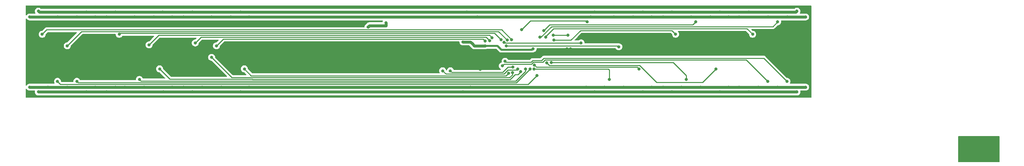
<source format=gbr>
%TF.GenerationSoftware,KiCad,Pcbnew,7.0.8*%
%TF.CreationDate,2023-11-21T15:13:26+00:00*%
%TF.ProjectId,tem,74656d2e-6b69-4636-9164-5f7063625858,rev?*%
%TF.SameCoordinates,Original*%
%TF.FileFunction,Copper,L2,Bot*%
%TF.FilePolarity,Positive*%
%FSLAX46Y46*%
G04 Gerber Fmt 4.6, Leading zero omitted, Abs format (unit mm)*
G04 Created by KiCad (PCBNEW 7.0.8) date 2023-11-21 15:13:26*
%MOMM*%
%LPD*%
G01*
G04 APERTURE LIST*
%TA.AperFunction,EtchedComponent*%
%ADD10C,0.200000*%
%TD*%
%TA.AperFunction,ViaPad*%
%ADD11C,0.800000*%
%TD*%
%TA.AperFunction,Conductor*%
%ADD12C,0.500000*%
%TD*%
%TA.AperFunction,Conductor*%
%ADD13C,0.750000*%
%TD*%
%TA.AperFunction,Conductor*%
%ADD14C,0.250000*%
%TD*%
G04 APERTURE END LIST*
D10*
%TO.C,REF\u002A\u002A*%
X337325000Y-172815000D02*
X326675000Y-172815000D01*
X326675000Y-172815000D02*
X326675000Y-179385000D01*
X326675000Y-179385000D02*
X337325000Y-179385000D01*
X337325000Y-179385000D02*
X337325000Y-172815000D01*
G36*
X337325000Y-172815000D02*
G01*
X326675000Y-172815000D01*
X326675000Y-179385000D01*
X337325000Y-179385000D01*
X337325000Y-172815000D01*
G37*
%TD*%
D11*
%TO.N,+3V3*%
X203750000Y-149250000D03*
X216250000Y-150000000D03*
X200445000Y-148695000D03*
X198025500Y-148224500D03*
%TO.N,GND*%
X145500000Y-151250000D03*
X156250000Y-153000000D03*
X147500000Y-151250000D03*
X168250000Y-153000000D03*
X156250000Y-154250000D03*
X225000000Y-150000000D03*
X191250000Y-148750000D03*
X226000000Y-151000000D03*
X225000000Y-151000000D03*
X165000000Y-153000000D03*
X202710205Y-151917947D03*
X165000000Y-155500000D03*
X224000000Y-151000000D03*
X165000000Y-154250000D03*
X168250000Y-154250000D03*
X146500000Y-150250000D03*
X181000000Y-151750000D03*
X200000000Y-150500000D03*
X156250000Y-155500000D03*
X155000000Y-149250000D03*
X168250000Y-155500000D03*
X181000000Y-150750000D03*
X171250000Y-150000000D03*
X145500000Y-150250000D03*
X226000000Y-150000000D03*
X147500000Y-150250000D03*
X202539739Y-155400500D03*
X173750000Y-150000000D03*
X181000000Y-149750000D03*
X172500000Y-150000000D03*
X196623404Y-154688931D03*
X146500000Y-151250000D03*
%TO.N,/8x Thermistor Bank 1/THERM0*%
X210650000Y-147650000D03*
X88750014Y-146250000D03*
%TO.N,GNDA*%
X201750000Y-141750000D03*
X122500000Y-141750000D03*
X92750000Y-141750000D03*
X274750000Y-160000000D03*
X107750000Y-160000000D03*
X239750000Y-160000000D03*
X250000000Y-141750000D03*
X254750000Y-160000000D03*
X142500000Y-141750000D03*
X125500000Y-160000000D03*
X282250000Y-141750000D03*
X102500000Y-160000000D03*
X85500000Y-141750000D03*
X257250000Y-141750000D03*
X117750000Y-141750000D03*
X142500000Y-160000000D03*
X267000000Y-141750000D03*
X259750000Y-160000000D03*
X247000000Y-160000000D03*
X132750000Y-141750000D03*
X122500000Y-160000000D03*
X269750000Y-160000000D03*
X267000000Y-160000000D03*
X135250000Y-160000000D03*
X137750000Y-141750000D03*
X247000000Y-141750000D03*
X250000000Y-160000000D03*
X112750000Y-141750000D03*
X262250000Y-141750000D03*
X97750000Y-141750000D03*
X125500000Y-141750000D03*
X287000000Y-141750000D03*
X200000000Y-160024500D03*
X110250000Y-160000000D03*
X85500000Y-160000000D03*
X102500000Y-141750000D03*
X242250000Y-141750000D03*
X287000000Y-160000000D03*
X237250000Y-141750000D03*
X269750000Y-141750000D03*
X130250000Y-160000000D03*
X90250000Y-160000000D03*
X105500000Y-141750000D03*
X95250000Y-160000000D03*
X277250000Y-141750000D03*
X230000000Y-160000000D03*
X231250000Y-141750000D03*
X115250000Y-160000000D03*
X234750000Y-160000000D03*
X279750000Y-160000000D03*
%TO.N,/8x Thermistor Bank 1/THERM1*%
X209511642Y-147763663D03*
X95250000Y-149250010D03*
%TO.N,/8x Thermistor Bank 1/THERM3*%
X205558441Y-147121066D03*
X116499995Y-148999995D03*
%TO.N,/8x Thermistor Bank 1/THERM2*%
X108749968Y-146250000D03*
X207938856Y-147680255D03*
%TO.N,/8x Thermistor Bank 1/THERM5*%
X203750000Y-148000000D03*
X134000000Y-149250000D03*
%TO.N,/THERM1.7*%
X209250000Y-149250000D03*
X238500014Y-149500000D03*
%TO.N,/8x Thermistor Bank 1/THERM4*%
X204939018Y-147906127D03*
X128500000Y-148500000D03*
%TO.N,/THERM1.6*%
X208666045Y-148365967D03*
X228700000Y-148500000D03*
%TO.N,/8x Thermistor Bank 2/THERM1*%
X258500000Y-143000000D03*
X219000000Y-145250000D03*
%TO.N,/8x Thermistor Bank 2/THERM3*%
X218000000Y-147000000D03*
X279750000Y-142999992D03*
%TO.N,/8x Thermistor Bank 2/THERM5*%
X277178680Y-158500000D03*
X208250000Y-154475500D03*
%TO.N,/THERM2.7*%
X256000000Y-158000000D03*
X221000000Y-153625500D03*
%TO.N,/8x Thermistor Bank 2/THERM0*%
X221650000Y-147750008D03*
X253250000Y-146249992D03*
%TO.N,/8x Thermistor Bank 2/THERM2*%
X219487346Y-147012652D03*
X273250000Y-146250014D03*
%TO.N,/8x Thermistor Bank 2/THERM4*%
X282178684Y-158500000D03*
X208962201Y-153275500D03*
%TO.N,/THERM2.6*%
X263749994Y-155250000D03*
X219750000Y-153675500D03*
%TO.N,/8x Thermistor Bank 3/THERM1*%
X236000000Y-158000000D03*
X216500000Y-155250000D03*
%TO.N,/8x Thermistor Bank 3/THERM3*%
X210847701Y-156225000D03*
X132750000Y-152250000D03*
%TO.N,/8x Thermistor Bank 3/THERM5*%
X214250000Y-155250000D03*
X114000000Y-158000000D03*
%TO.N,/8x Thermistor Bank 3/THERM7*%
X92721320Y-158500002D03*
X217250000Y-156999992D03*
%TO.N,/8x Thermistor Bank 3/THERM0*%
X216600500Y-154250000D03*
X243750000Y-155250000D03*
%TO.N,/8x Thermistor Bank 3/THERM2*%
X141250008Y-155250000D03*
X209850013Y-156399280D03*
%TO.N,/8x Thermistor Bank 3/THERM4*%
X119250000Y-155250000D03*
X213006428Y-155999958D03*
%TO.N,/8x Thermistor Bank 3/THERM6*%
X215487347Y-155262653D03*
X97750000Y-158500000D03*
%TO.N,+3.3VA*%
X272250000Y-161225000D03*
X127750000Y-161225000D03*
X244750000Y-161225000D03*
X107750000Y-140500000D03*
X284750000Y-161250000D03*
X120250000Y-161225000D03*
X87750000Y-161250000D03*
X244750000Y-140500000D03*
X198000000Y-161225000D03*
X284750000Y-140250000D03*
X232250000Y-161225000D03*
X105500000Y-161225000D03*
X252250000Y-161225000D03*
X264750000Y-161225000D03*
X87750000Y-140250000D03*
X120000000Y-140500000D03*
X252250000Y-140500000D03*
X127750000Y-140500000D03*
X140250000Y-140500000D03*
X100250000Y-161225000D03*
X232250000Y-140500000D03*
X140250000Y-161225000D03*
X272250000Y-140500000D03*
X199000000Y-140500000D03*
X264750000Y-140500000D03*
X100250000Y-140500000D03*
%TO.N,/ICSPDAT*%
X225250000Y-146500000D03*
X221500000Y-146500000D03*
%TO.N,/ICSPCLK*%
X230250000Y-143000002D03*
X213275306Y-145025306D03*
%TO.N,/CAN_RX*%
X194750000Y-155750000D03*
X211000000Y-154775500D03*
%TO.N,/CAN_TX*%
X192750000Y-155750000D03*
X212250000Y-155250000D03*
%TO.N,Net-(U3-VO)*%
X178000000Y-143250000D03*
X173370000Y-144350498D03*
%TD*%
D12*
%TO.N,+3V3*%
X207000000Y-149250000D02*
X208000000Y-150250000D01*
X208000000Y-150250000D02*
X216000000Y-150250000D01*
X216000000Y-150250000D02*
X216250000Y-150000000D01*
X203750000Y-149250000D02*
X207000000Y-149250000D01*
D13*
X200445000Y-148695000D02*
X199974500Y-148224500D01*
X201000000Y-149250000D02*
X203750000Y-149250000D01*
X199974500Y-148224500D02*
X198025500Y-148224500D01*
X200445000Y-148695000D02*
X201000000Y-149250000D01*
D14*
%TO.N,/8x Thermistor Bank 1/THERM0*%
X89925016Y-145074998D02*
X88750014Y-146250000D01*
X210650000Y-147650000D02*
X208074998Y-145074998D01*
X208074998Y-145074998D02*
X89925016Y-145074998D01*
D13*
%TO.N,GNDA*%
X234750000Y-160000000D02*
X239750000Y-160000000D01*
X282250000Y-141750000D02*
X287000000Y-141750000D01*
X242250000Y-141750000D02*
X237250000Y-141750000D01*
X92750000Y-141750000D02*
X97750000Y-141750000D01*
X201750000Y-141750000D02*
X230750000Y-141750000D01*
X267000000Y-160000000D02*
X269750000Y-160000000D01*
X97750000Y-141750000D02*
X102500000Y-141750000D01*
X85500000Y-141750000D02*
X92750000Y-141750000D01*
X102500000Y-160000000D02*
X107750000Y-160000000D01*
X269750000Y-160000000D02*
X274750000Y-160000000D01*
X200024500Y-160000000D02*
X230000000Y-160000000D01*
X122500000Y-160000000D02*
X125500000Y-160000000D01*
X90250000Y-160000000D02*
X95250000Y-160000000D01*
X105500000Y-141750000D02*
X112750000Y-141750000D01*
X282250000Y-141750000D02*
X277250000Y-141750000D01*
X247000000Y-141750000D02*
X242250000Y-141750000D01*
X257250000Y-141750000D02*
X250000000Y-141750000D01*
X200000000Y-160024500D02*
X200024500Y-160000000D01*
X262250000Y-141750000D02*
X257250000Y-141750000D01*
X250000000Y-160000000D02*
X254750000Y-160000000D01*
X122500000Y-141750000D02*
X125500000Y-141750000D01*
X200000000Y-160024500D02*
X199975500Y-160000000D01*
X259750000Y-160000000D02*
X267000000Y-160000000D01*
X132750000Y-141750000D02*
X137750000Y-141750000D01*
X137750000Y-141750000D02*
X142500000Y-141750000D01*
X85500000Y-160000000D02*
X90250000Y-160000000D01*
X274750000Y-160000000D02*
X279750000Y-160000000D01*
X130250000Y-160000000D02*
X135250000Y-160000000D01*
X267000000Y-141750000D02*
X262250000Y-141750000D01*
X230750000Y-141750000D02*
X231250000Y-141750000D01*
X102500000Y-141750000D02*
X105500000Y-141750000D01*
X269750000Y-141750000D02*
X267000000Y-141750000D01*
X230000000Y-160000000D02*
X234750000Y-160000000D01*
X107750000Y-160000000D02*
X110250000Y-160000000D01*
X110250000Y-160000000D02*
X115250000Y-160000000D01*
X250000000Y-141750000D02*
X247000000Y-141750000D01*
X239750000Y-160000000D02*
X247000000Y-160000000D01*
X199975500Y-160000000D02*
X135250000Y-160000000D01*
X112750000Y-141750000D02*
X117750000Y-141750000D01*
X95250000Y-160000000D02*
X102500000Y-160000000D01*
X117750000Y-141750000D02*
X122500000Y-141750000D01*
X115250000Y-160000000D02*
X122500000Y-160000000D01*
X125500000Y-141750000D02*
X132750000Y-141750000D01*
X247000000Y-160000000D02*
X250000000Y-160000000D01*
X254750000Y-160000000D02*
X259750000Y-160000000D01*
X142500000Y-141750000D02*
X201750000Y-141750000D01*
X237250000Y-141750000D02*
X231250000Y-141750000D01*
X277250000Y-141750000D02*
X269750000Y-141750000D01*
X279750000Y-160000000D02*
X287000000Y-160000000D01*
X125500000Y-160000000D02*
X130250000Y-160000000D01*
D14*
%TO.N,/8x Thermistor Bank 1/THERM1*%
X209511642Y-147763663D02*
X207272977Y-145524998D01*
X207272977Y-145524998D02*
X98975012Y-145524998D01*
X98975012Y-145524998D02*
X95250000Y-149250010D01*
%TO.N,/8x Thermistor Bank 1/THERM3*%
X205558441Y-147121066D02*
X204937375Y-146500000D01*
X204937375Y-146500000D02*
X118999990Y-146500000D01*
X118999990Y-146500000D02*
X116499995Y-148999995D01*
%TO.N,/8x Thermistor Bank 1/THERM2*%
X207938856Y-147680255D02*
X206258601Y-146000000D01*
X108999968Y-146000000D02*
X108749968Y-146250000D01*
X206258601Y-146000000D02*
X108999968Y-146000000D01*
%TO.N,/8x Thermistor Bank 1/THERM5*%
X203750000Y-148000000D02*
X203250000Y-147500000D01*
X203250000Y-147500000D02*
X135750000Y-147500000D01*
X135750000Y-147500000D02*
X134000000Y-149250000D01*
%TO.N,/THERM1.7*%
X215250014Y-149250014D02*
X215250000Y-149250000D01*
X215250000Y-149250000D02*
X209250000Y-149250000D01*
X215250014Y-149250014D02*
X238250028Y-149250014D01*
X238250028Y-149250014D02*
X238500014Y-149500000D01*
%TO.N,/8x Thermistor Bank 1/THERM4*%
X130000000Y-147000000D02*
X128500000Y-148500000D01*
X204032891Y-147000000D02*
X130000000Y-147000000D01*
X204939018Y-147906127D02*
X204032891Y-147000000D01*
%TO.N,/THERM1.6*%
X208788741Y-148488663D02*
X228688663Y-148488663D01*
X208666045Y-148365967D02*
X208788741Y-148488663D01*
X228688663Y-148488663D02*
X228700000Y-148500000D01*
%TO.N,/8x Thermistor Bank 2/THERM1*%
X219000000Y-145250000D02*
X220500000Y-143750000D01*
X222250000Y-143750000D02*
X257750000Y-143750000D01*
X220500000Y-143750000D02*
X222250000Y-143750000D01*
X257750000Y-143750000D02*
X258500000Y-143000000D01*
%TO.N,/8x Thermistor Bank 2/THERM3*%
X221025305Y-144250000D02*
X278499992Y-144250000D01*
X218275305Y-147000000D02*
X221025305Y-144250000D01*
X278499992Y-144250000D02*
X279750000Y-142999992D01*
X218000000Y-147000000D02*
X218275305Y-147000000D01*
%TO.N,/8x Thermistor Bank 2/THERM5*%
X271578680Y-152900000D02*
X277178680Y-158500000D01*
X219350000Y-152900000D02*
X271578680Y-152900000D01*
X215875500Y-154000000D02*
X215875500Y-153949695D01*
X218725000Y-153525000D02*
X219350000Y-152900000D01*
X208250000Y-154475500D02*
X208725500Y-154000000D01*
X216300195Y-153525000D02*
X218725000Y-153525000D01*
X208725500Y-154000000D02*
X215875500Y-154000000D01*
X215875500Y-153949695D02*
X216300195Y-153525000D01*
%TO.N,/THERM2.7*%
X221000000Y-153625500D02*
X221000500Y-153625000D01*
X221000500Y-153625000D02*
X252625000Y-153625000D01*
X252625000Y-153625000D02*
X256000000Y-157000000D01*
X256000000Y-157000000D02*
X256000000Y-158000000D01*
%TO.N,/8x Thermistor Bank 2/THERM0*%
X252250008Y-145250000D02*
X253250000Y-146249992D01*
X221650000Y-147750008D02*
X226059381Y-147750008D01*
X228559389Y-145250000D02*
X252250008Y-145250000D01*
X226059381Y-147750008D02*
X228559389Y-145250000D01*
%TO.N,/8x Thermistor Bank 2/THERM2*%
X221588299Y-144750000D02*
X219487346Y-146850953D01*
X273250000Y-146250014D02*
X271749986Y-144750000D01*
X219487346Y-146850953D02*
X219487346Y-147012652D01*
X271749986Y-144750000D02*
X221588299Y-144750000D01*
%TO.N,/8x Thermistor Bank 2/THERM4*%
X208962201Y-153275500D02*
X209186701Y-153500000D01*
X216113799Y-153075000D02*
X218425000Y-153075000D01*
X209186701Y-153500000D02*
X215688799Y-153500000D01*
X215688799Y-153500000D02*
X216113799Y-153075000D01*
X276128684Y-152450000D02*
X282178684Y-158500000D01*
X218425000Y-153075000D02*
X219050000Y-152450000D01*
X219050000Y-152450000D02*
X276128684Y-152450000D01*
%TO.N,/THERM2.6*%
X220424500Y-154350000D02*
X243875305Y-154350000D01*
X260249994Y-158750000D02*
X263749994Y-155250000D01*
X219750000Y-153675500D02*
X220424500Y-154350000D01*
X243875305Y-154350000D02*
X248275305Y-158750000D01*
X248275305Y-158750000D02*
X260249994Y-158750000D01*
%TO.N,/8x Thermistor Bank 3/THERM1*%
X216500000Y-155250000D02*
X235750000Y-155250000D01*
X236000000Y-155500000D02*
X236000000Y-158000000D01*
X235750000Y-155250000D02*
X236000000Y-155500000D01*
%TO.N,/8x Thermistor Bank 3/THERM3*%
X210847701Y-156776281D02*
X210148982Y-157475000D01*
X210148982Y-157475000D02*
X137975000Y-157475000D01*
X210847701Y-156225000D02*
X210847701Y-156776281D01*
X137975000Y-157475000D02*
X132750000Y-152250000D01*
%TO.N,/8x Thermistor Bank 3/THERM5*%
X114375000Y-158375000D02*
X114000000Y-158000000D01*
X143173097Y-158375000D02*
X114375000Y-158375000D01*
X214250000Y-155250000D02*
X214250000Y-155863604D01*
X211713604Y-158400000D02*
X143198097Y-158400000D01*
X143198097Y-158400000D02*
X143173097Y-158375000D01*
X214250000Y-155863604D02*
X211713604Y-158400000D01*
%TO.N,/8x Thermistor Bank 3/THERM7*%
X214949992Y-159300000D02*
X217250000Y-156999992D01*
X93496318Y-159275000D02*
X142800305Y-159275000D01*
X142800305Y-159275000D02*
X142825305Y-159300000D01*
X92721320Y-158500002D02*
X93496318Y-159275000D01*
X142825305Y-159300000D02*
X214949992Y-159300000D01*
%TO.N,/8x Thermistor Bank 3/THERM0*%
X216600500Y-154250000D02*
X217150500Y-154800000D01*
X217150500Y-154800000D02*
X243300000Y-154800000D01*
X243300000Y-154800000D02*
X243750000Y-155250000D01*
%TO.N,/8x Thermistor Bank 3/THERM2*%
X209850013Y-156399280D02*
X209224293Y-157025000D01*
X209224293Y-157025000D02*
X143025008Y-157025000D01*
X143025008Y-157025000D02*
X141250008Y-155250000D01*
%TO.N,/8x Thermistor Bank 3/THERM4*%
X119250000Y-155250000D02*
X121925000Y-157925000D01*
X211528932Y-156731446D02*
X212306751Y-156731446D01*
X212731446Y-156306751D02*
X212731446Y-156274940D01*
X143359493Y-157925000D02*
X143384493Y-157950000D01*
X212306751Y-156731446D02*
X212731446Y-156306751D01*
X143384493Y-157950000D02*
X210310378Y-157950000D01*
X121925000Y-157925000D02*
X143359493Y-157925000D01*
X212731446Y-156274940D02*
X213006428Y-155999958D01*
X210310378Y-157950000D02*
X211528932Y-156731446D01*
%TO.N,/8x Thermistor Bank 3/THERM6*%
X143011701Y-158850000D02*
X142986701Y-158825000D01*
X142986701Y-158825000D02*
X98075000Y-158825000D01*
X215487347Y-155262653D02*
X211900000Y-158850000D01*
X98075000Y-158825000D02*
X97750000Y-158500000D01*
X211900000Y-158850000D02*
X143011701Y-158850000D01*
D13*
%TO.N,+3.3VA*%
X127750000Y-161225000D02*
X140250000Y-161225000D01*
X199000000Y-140500000D02*
X140250000Y-140500000D01*
X100250000Y-161225000D02*
X105500000Y-161225000D01*
X232250000Y-161225000D02*
X244750000Y-161225000D01*
X87775000Y-161225000D02*
X100250000Y-161225000D01*
X284500000Y-140500000D02*
X272250000Y-140500000D01*
X127750000Y-140500000D02*
X120000000Y-140500000D01*
X105500000Y-161225000D02*
X120250000Y-161225000D01*
X100250000Y-140500000D02*
X88000000Y-140500000D01*
X252250000Y-161225000D02*
X264750000Y-161225000D01*
X198000000Y-161225000D02*
X232250000Y-161225000D01*
X272250000Y-140500000D02*
X264750000Y-140500000D01*
X140250000Y-140500000D02*
X127750000Y-140500000D01*
X107750000Y-140500000D02*
X100250000Y-140500000D01*
X264750000Y-161225000D02*
X272250000Y-161225000D01*
X252250000Y-140500000D02*
X244750000Y-140500000D01*
X88000000Y-140500000D02*
X87750000Y-140250000D01*
X272250000Y-161225000D02*
X284725000Y-161225000D01*
X284750000Y-140250000D02*
X284500000Y-140500000D01*
X244750000Y-140500000D02*
X232250000Y-140500000D01*
X244750000Y-161225000D02*
X252250000Y-161225000D01*
X120250000Y-161225000D02*
X127750000Y-161225000D01*
X140250000Y-161225000D02*
X198000000Y-161225000D01*
X284725000Y-161225000D02*
X284750000Y-161250000D01*
X87750000Y-161250000D02*
X87775000Y-161225000D01*
X232250000Y-140500000D02*
X199000000Y-140500000D01*
X120000000Y-140500000D02*
X107750000Y-140500000D01*
X264750000Y-140500000D02*
X252250000Y-140500000D01*
D14*
%TO.N,/ICSPDAT*%
X221500000Y-146500000D02*
X225250000Y-146500000D01*
%TO.N,/ICSPCLK*%
X215550612Y-142750000D02*
X229999998Y-142750000D01*
X229999998Y-142750000D02*
X230250000Y-143000002D01*
X213275306Y-145025306D02*
X215550612Y-142750000D01*
%TO.N,/CAN_RX*%
X209724500Y-154775500D02*
X211000000Y-154775500D01*
X208375000Y-156125000D02*
X209724500Y-154775500D01*
X195125000Y-156125000D02*
X208375000Y-156125000D01*
X194750000Y-155750000D02*
X195125000Y-156125000D01*
%TO.N,/CAN_TX*%
X193575000Y-156575000D02*
X192750000Y-155750000D01*
X211999500Y-155500500D02*
X209724195Y-155500500D01*
X208649695Y-156575000D02*
X193575000Y-156575000D01*
X212250000Y-155250000D02*
X211999500Y-155500500D01*
X209724195Y-155500500D02*
X208649695Y-156575000D01*
D13*
%TO.N,Net-(U3-VO)*%
X173720498Y-144000000D02*
X178000000Y-144000000D01*
X173370000Y-144350498D02*
X173720498Y-144000000D01*
X178000000Y-144000000D02*
X178000000Y-143250000D01*
%TD*%
%TA.AperFunction,Conductor*%
%TO.N,GND*%
G36*
X288443039Y-138770185D02*
G01*
X288488794Y-138822989D01*
X288500000Y-138874500D01*
X288500000Y-162625500D01*
X288480315Y-162692539D01*
X288427511Y-162738294D01*
X288376000Y-162749500D01*
X84624000Y-162749500D01*
X84556961Y-162729815D01*
X84511206Y-162677011D01*
X84500000Y-162625500D01*
X84500000Y-160531723D01*
X84519685Y-160464684D01*
X84572489Y-160418929D01*
X84641647Y-160408985D01*
X84705203Y-160438010D01*
X84731385Y-160469721D01*
X84767182Y-160531723D01*
X84767467Y-160532216D01*
X84894129Y-160672888D01*
X85047265Y-160784148D01*
X85047270Y-160784151D01*
X85220192Y-160861142D01*
X85220197Y-160861144D01*
X85405354Y-160900500D01*
X85405355Y-160900500D01*
X85594645Y-160900500D01*
X85594646Y-160900500D01*
X85699513Y-160878209D01*
X85725294Y-160875500D01*
X86754169Y-160875500D01*
X86821208Y-160895185D01*
X86866963Y-160947989D01*
X86876907Y-161017147D01*
X86872099Y-161037818D01*
X86864326Y-161061744D01*
X86844540Y-161250000D01*
X86864326Y-161438256D01*
X86864327Y-161438259D01*
X86922818Y-161618277D01*
X86922821Y-161618284D01*
X87017467Y-161782216D01*
X87144129Y-161922888D01*
X87297265Y-162034148D01*
X87297270Y-162034151D01*
X87470192Y-162111142D01*
X87470197Y-162111144D01*
X87655354Y-162150500D01*
X87655355Y-162150500D01*
X87844644Y-162150500D01*
X87844646Y-162150500D01*
X88029803Y-162111144D01*
X88029808Y-162111141D01*
X88035986Y-162109135D01*
X88036209Y-162109821D01*
X88080067Y-162100500D01*
X100024706Y-162100500D01*
X100050486Y-162103209D01*
X100155354Y-162125500D01*
X100155355Y-162125500D01*
X100344645Y-162125500D01*
X100344646Y-162125500D01*
X100449513Y-162103209D01*
X100475294Y-162100500D01*
X105274706Y-162100500D01*
X105300486Y-162103209D01*
X105405354Y-162125500D01*
X105405355Y-162125500D01*
X105594645Y-162125500D01*
X105594646Y-162125500D01*
X105699513Y-162103209D01*
X105725294Y-162100500D01*
X120024706Y-162100500D01*
X120050486Y-162103209D01*
X120155354Y-162125500D01*
X120155355Y-162125500D01*
X120344645Y-162125500D01*
X120344646Y-162125500D01*
X120449513Y-162103209D01*
X120475294Y-162100500D01*
X127524706Y-162100500D01*
X127550486Y-162103209D01*
X127655354Y-162125500D01*
X127655355Y-162125500D01*
X127844645Y-162125500D01*
X127844646Y-162125500D01*
X127949513Y-162103209D01*
X127975294Y-162100500D01*
X140024706Y-162100500D01*
X140050486Y-162103209D01*
X140155354Y-162125500D01*
X140155355Y-162125500D01*
X140344645Y-162125500D01*
X140344646Y-162125500D01*
X140449513Y-162103209D01*
X140475294Y-162100500D01*
X197774706Y-162100500D01*
X197800486Y-162103209D01*
X197905354Y-162125500D01*
X197905355Y-162125500D01*
X198094645Y-162125500D01*
X198094646Y-162125500D01*
X198199513Y-162103209D01*
X198225294Y-162100500D01*
X232024706Y-162100500D01*
X232050486Y-162103209D01*
X232155354Y-162125500D01*
X232155355Y-162125500D01*
X232344645Y-162125500D01*
X232344646Y-162125500D01*
X232449513Y-162103209D01*
X232475294Y-162100500D01*
X244524706Y-162100500D01*
X244550486Y-162103209D01*
X244655354Y-162125500D01*
X244655355Y-162125500D01*
X244844645Y-162125500D01*
X244844646Y-162125500D01*
X244949513Y-162103209D01*
X244975294Y-162100500D01*
X252024706Y-162100500D01*
X252050486Y-162103209D01*
X252155354Y-162125500D01*
X252155355Y-162125500D01*
X252344645Y-162125500D01*
X252344646Y-162125500D01*
X252449513Y-162103209D01*
X252475294Y-162100500D01*
X264524706Y-162100500D01*
X264550486Y-162103209D01*
X264655354Y-162125500D01*
X264655355Y-162125500D01*
X264844645Y-162125500D01*
X264844646Y-162125500D01*
X264949513Y-162103209D01*
X264975294Y-162100500D01*
X272024706Y-162100500D01*
X272050486Y-162103209D01*
X272155354Y-162125500D01*
X272155355Y-162125500D01*
X272344645Y-162125500D01*
X272344646Y-162125500D01*
X272449513Y-162103209D01*
X272475294Y-162100500D01*
X284419933Y-162100500D01*
X284463790Y-162109821D01*
X284464014Y-162109135D01*
X284470194Y-162111142D01*
X284470197Y-162111144D01*
X284655354Y-162150500D01*
X284655355Y-162150500D01*
X284844644Y-162150500D01*
X284844646Y-162150500D01*
X285029803Y-162111144D01*
X285202730Y-162034151D01*
X285355871Y-161922888D01*
X285482533Y-161782216D01*
X285577179Y-161618284D01*
X285635674Y-161438256D01*
X285655460Y-161250000D01*
X285635674Y-161061744D01*
X285627900Y-161037818D01*
X285625905Y-160967977D01*
X285661985Y-160908144D01*
X285724686Y-160877316D01*
X285745831Y-160875500D01*
X286774706Y-160875500D01*
X286800486Y-160878209D01*
X286905354Y-160900500D01*
X286905355Y-160900500D01*
X287094644Y-160900500D01*
X287094646Y-160900500D01*
X287279803Y-160861144D01*
X287452730Y-160784151D01*
X287605871Y-160672888D01*
X287732533Y-160532216D01*
X287827179Y-160368284D01*
X287885674Y-160188256D01*
X287905460Y-160000000D01*
X287885674Y-159811744D01*
X287827179Y-159631716D01*
X287732533Y-159467784D01*
X287605871Y-159327112D01*
X287605870Y-159327111D01*
X287452734Y-159215851D01*
X287452729Y-159215848D01*
X287279807Y-159138857D01*
X287279802Y-159138855D01*
X287119651Y-159104815D01*
X287094646Y-159099500D01*
X286905354Y-159099500D01*
X286880349Y-159104815D01*
X286800487Y-159121790D01*
X286774706Y-159124500D01*
X283072711Y-159124500D01*
X283005672Y-159104815D01*
X282959917Y-159052011D01*
X282949973Y-158982853D01*
X282965324Y-158938501D01*
X283005860Y-158868289D01*
X283005859Y-158868289D01*
X283005863Y-158868284D01*
X283064358Y-158688256D01*
X283084144Y-158500000D01*
X283064358Y-158311744D01*
X283005863Y-158131716D01*
X282911217Y-157967784D01*
X282784555Y-157827112D01*
X282763403Y-157811744D01*
X282631418Y-157715851D01*
X282631413Y-157715848D01*
X282458491Y-157638857D01*
X282458486Y-157638855D01*
X282312685Y-157607865D01*
X282273330Y-157599500D01*
X282273329Y-157599500D01*
X282214136Y-157599500D01*
X282147097Y-157579815D01*
X282126455Y-157563181D01*
X276629487Y-152066212D01*
X276619664Y-152053950D01*
X276619443Y-152054134D01*
X276614470Y-152048123D01*
X276595843Y-152030631D01*
X276564048Y-152000773D01*
X276553603Y-151990328D01*
X276543159Y-151979883D01*
X276537670Y-151975625D01*
X276533245Y-151971847D01*
X276499266Y-151939938D01*
X276499264Y-151939936D01*
X276499261Y-151939935D01*
X276481713Y-151930288D01*
X276465447Y-151919604D01*
X276449617Y-151907325D01*
X276406852Y-151888818D01*
X276401606Y-151886248D01*
X276360777Y-151863803D01*
X276360776Y-151863802D01*
X276341377Y-151858822D01*
X276322965Y-151852518D01*
X276304582Y-151844562D01*
X276304576Y-151844560D01*
X276258558Y-151837272D01*
X276252836Y-151836087D01*
X276207705Y-151824500D01*
X276207703Y-151824500D01*
X276187668Y-151824500D01*
X276168270Y-151822973D01*
X276160846Y-151821797D01*
X276148489Y-151819840D01*
X276148488Y-151819840D01*
X276102100Y-151824225D01*
X276096262Y-151824500D01*
X219132737Y-151824500D01*
X219117120Y-151822776D01*
X219117093Y-151823062D01*
X219109331Y-151822327D01*
X219040203Y-151824500D01*
X219010650Y-151824500D01*
X219009929Y-151824590D01*
X219003757Y-151825369D01*
X218997945Y-151825826D01*
X218951372Y-151827290D01*
X218951369Y-151827291D01*
X218932126Y-151832881D01*
X218913083Y-151836825D01*
X218893204Y-151839336D01*
X218893203Y-151839337D01*
X218849878Y-151856490D01*
X218844352Y-151858382D01*
X218799608Y-151871383D01*
X218799604Y-151871385D01*
X218782365Y-151881580D01*
X218764898Y-151890137D01*
X218746269Y-151897512D01*
X218746267Y-151897513D01*
X218708564Y-151924906D01*
X218703682Y-151928112D01*
X218663580Y-151951828D01*
X218649408Y-151966000D01*
X218634623Y-151978628D01*
X218618412Y-151990407D01*
X218588709Y-152026310D01*
X218584776Y-152030631D01*
X218385760Y-152229649D01*
X218202228Y-152413181D01*
X218140905Y-152446666D01*
X218114547Y-152449500D01*
X216196542Y-152449500D01*
X216180921Y-152447775D01*
X216180894Y-152448061D01*
X216173132Y-152447326D01*
X216103971Y-152449500D01*
X216074448Y-152449500D01*
X216067577Y-152450367D01*
X216061758Y-152450825D01*
X216015173Y-152452289D01*
X216015167Y-152452290D01*
X215995925Y-152457880D01*
X215976886Y-152461823D01*
X215957016Y-152464334D01*
X215957002Y-152464337D01*
X215913682Y-152481488D01*
X215908157Y-152483380D01*
X215863412Y-152496380D01*
X215863409Y-152496381D01*
X215846165Y-152506579D01*
X215828704Y-152515133D01*
X215810073Y-152522510D01*
X215810061Y-152522517D01*
X215772369Y-152549902D01*
X215767486Y-152553109D01*
X215727379Y-152576829D01*
X215713213Y-152590995D01*
X215698423Y-152603627D01*
X215682213Y-152615404D01*
X215682210Y-152615407D01*
X215652509Y-152651309D01*
X215648576Y-152655631D01*
X215466027Y-152838181D01*
X215404704Y-152871666D01*
X215378346Y-152874500D01*
X209842083Y-152874500D01*
X209775044Y-152854815D01*
X209734696Y-152812500D01*
X209717210Y-152782214D01*
X209694734Y-152743284D01*
X209568072Y-152602612D01*
X209568071Y-152602611D01*
X209414935Y-152491351D01*
X209414930Y-152491348D01*
X209242008Y-152414357D01*
X209242003Y-152414355D01*
X209096202Y-152383365D01*
X209056847Y-152375000D01*
X208867555Y-152375000D01*
X208835098Y-152381898D01*
X208682398Y-152414355D01*
X208682393Y-152414357D01*
X208509471Y-152491348D01*
X208509466Y-152491351D01*
X208356330Y-152602611D01*
X208229667Y-152743285D01*
X208135022Y-152907215D01*
X208135019Y-152907222D01*
X208093779Y-153034148D01*
X208076527Y-153087244D01*
X208056741Y-153275500D01*
X208076527Y-153463756D01*
X208076527Y-153463758D01*
X208076529Y-153463769D01*
X208076779Y-153464946D01*
X208076725Y-153465641D01*
X208077207Y-153470219D01*
X208076369Y-153470307D01*
X208071455Y-153534612D01*
X208029311Y-153590341D01*
X207981272Y-153612001D01*
X207970199Y-153614354D01*
X207970192Y-153614357D01*
X207797270Y-153691348D01*
X207797265Y-153691351D01*
X207644129Y-153802611D01*
X207517466Y-153943285D01*
X207422821Y-154107215D01*
X207422818Y-154107222D01*
X207364464Y-154286819D01*
X207364326Y-154287244D01*
X207344540Y-154475500D01*
X207364326Y-154663756D01*
X207364327Y-154663759D01*
X207422818Y-154843777D01*
X207422821Y-154843784D01*
X207517467Y-155007716D01*
X207635509Y-155138814D01*
X207644129Y-155148388D01*
X207797265Y-155259648D01*
X207797267Y-155259649D01*
X207797270Y-155259651D01*
X207803043Y-155262221D01*
X207856280Y-155307472D01*
X207876600Y-155374322D01*
X207857554Y-155441545D01*
X207805187Y-155487800D01*
X207752606Y-155499500D01*
X195705541Y-155499500D01*
X195638502Y-155479815D01*
X195592747Y-155427011D01*
X195587610Y-155413818D01*
X195577181Y-155381722D01*
X195577180Y-155381721D01*
X195577179Y-155381716D01*
X195482533Y-155217784D01*
X195355871Y-155077112D01*
X195334719Y-155061744D01*
X195202734Y-154965851D01*
X195202729Y-154965848D01*
X195029807Y-154888857D01*
X195029802Y-154888855D01*
X194884001Y-154857865D01*
X194844646Y-154849500D01*
X194655354Y-154849500D01*
X194622897Y-154856398D01*
X194470197Y-154888855D01*
X194470192Y-154888857D01*
X194297270Y-154965848D01*
X194297265Y-154965851D01*
X194144129Y-155077111D01*
X194017466Y-155217785D01*
X193922821Y-155381715D01*
X193922818Y-155381722D01*
X193867931Y-155550648D01*
X193828493Y-155608324D01*
X193764135Y-155635522D01*
X193695288Y-155623607D01*
X193643813Y-155576363D01*
X193632069Y-155550648D01*
X193577181Y-155381722D01*
X193577180Y-155381721D01*
X193577179Y-155381716D01*
X193482533Y-155217784D01*
X193355871Y-155077112D01*
X193334719Y-155061744D01*
X193202734Y-154965851D01*
X193202729Y-154965848D01*
X193029807Y-154888857D01*
X193029802Y-154888855D01*
X192884001Y-154857865D01*
X192844646Y-154849500D01*
X192655354Y-154849500D01*
X192622897Y-154856398D01*
X192470197Y-154888855D01*
X192470192Y-154888857D01*
X192297270Y-154965848D01*
X192297265Y-154965851D01*
X192144129Y-155077111D01*
X192017466Y-155217785D01*
X191922821Y-155381715D01*
X191922818Y-155381722D01*
X191865108Y-155559336D01*
X191864326Y-155561744D01*
X191844540Y-155750000D01*
X191864326Y-155938256D01*
X191864327Y-155938259D01*
X191922818Y-156118277D01*
X191922821Y-156118284D01*
X191977794Y-156213500D01*
X191994267Y-156281400D01*
X191971414Y-156347427D01*
X191916493Y-156390618D01*
X191870407Y-156399500D01*
X143335460Y-156399500D01*
X143268421Y-156379815D01*
X143247779Y-156363181D01*
X142188968Y-155304369D01*
X142155483Y-155243046D01*
X142153331Y-155229668D01*
X142135682Y-155061744D01*
X142077187Y-154881716D01*
X141982541Y-154717784D01*
X141855879Y-154577112D01*
X141855878Y-154577111D01*
X141702742Y-154465851D01*
X141702737Y-154465848D01*
X141529815Y-154388857D01*
X141529810Y-154388855D01*
X141384009Y-154357865D01*
X141344654Y-154349500D01*
X141155362Y-154349500D01*
X141122905Y-154356398D01*
X140970205Y-154388855D01*
X140970200Y-154388857D01*
X140797278Y-154465848D01*
X140797273Y-154465851D01*
X140644137Y-154577111D01*
X140517474Y-154717785D01*
X140422829Y-154881715D01*
X140422826Y-154881722D01*
X140370727Y-155042068D01*
X140364334Y-155061744D01*
X140344548Y-155250000D01*
X140364334Y-155438256D01*
X140364335Y-155438259D01*
X140422826Y-155618277D01*
X140422829Y-155618284D01*
X140517475Y-155782216D01*
X140633150Y-155910686D01*
X140644137Y-155922888D01*
X140797273Y-156034148D01*
X140797278Y-156034151D01*
X140970200Y-156111142D01*
X140970205Y-156111144D01*
X141155362Y-156150500D01*
X141214556Y-156150500D01*
X141281595Y-156170185D01*
X141302237Y-156186819D01*
X141753236Y-156637819D01*
X141786721Y-156699142D01*
X141781737Y-156768834D01*
X141739865Y-156824767D01*
X141674401Y-156849184D01*
X141665555Y-156849500D01*
X138285452Y-156849500D01*
X138218413Y-156829815D01*
X138197771Y-156813181D01*
X133688960Y-152304369D01*
X133655475Y-152243046D01*
X133653323Y-152229668D01*
X133635674Y-152061744D01*
X133577179Y-151881716D01*
X133482533Y-151717784D01*
X133355871Y-151577112D01*
X133355870Y-151577111D01*
X133202734Y-151465851D01*
X133202729Y-151465848D01*
X133029807Y-151388857D01*
X133029802Y-151388855D01*
X132884001Y-151357865D01*
X132844646Y-151349500D01*
X132655354Y-151349500D01*
X132622897Y-151356398D01*
X132470197Y-151388855D01*
X132470192Y-151388857D01*
X132297270Y-151465848D01*
X132297265Y-151465851D01*
X132144129Y-151577111D01*
X132017466Y-151717785D01*
X131922821Y-151881715D01*
X131922818Y-151881722D01*
X131866020Y-152056530D01*
X131864326Y-152061744D01*
X131844540Y-152250000D01*
X131864326Y-152438256D01*
X131864327Y-152438259D01*
X131922818Y-152618277D01*
X131922821Y-152618284D01*
X132017467Y-152782216D01*
X132100560Y-152874500D01*
X132144129Y-152922888D01*
X132297265Y-153034148D01*
X132297270Y-153034151D01*
X132470192Y-153111142D01*
X132470197Y-153111144D01*
X132655354Y-153150500D01*
X132714548Y-153150500D01*
X132781587Y-153170185D01*
X132802229Y-153186819D01*
X136703228Y-157087819D01*
X136736713Y-157149142D01*
X136731729Y-157218834D01*
X136689857Y-157274767D01*
X136624393Y-157299184D01*
X136615547Y-157299500D01*
X122235453Y-157299500D01*
X122168414Y-157279815D01*
X122147772Y-157263181D01*
X120188960Y-155304369D01*
X120155475Y-155243046D01*
X120153323Y-155229668D01*
X120135674Y-155061744D01*
X120077179Y-154881716D01*
X119982533Y-154717784D01*
X119855871Y-154577112D01*
X119855870Y-154577111D01*
X119702734Y-154465851D01*
X119702729Y-154465848D01*
X119529807Y-154388857D01*
X119529802Y-154388855D01*
X119384001Y-154357865D01*
X119344646Y-154349500D01*
X119155354Y-154349500D01*
X119122897Y-154356398D01*
X118970197Y-154388855D01*
X118970192Y-154388857D01*
X118797270Y-154465848D01*
X118797265Y-154465851D01*
X118644129Y-154577111D01*
X118517466Y-154717785D01*
X118422821Y-154881715D01*
X118422818Y-154881722D01*
X118370719Y-155042068D01*
X118364326Y-155061744D01*
X118344540Y-155250000D01*
X118364326Y-155438256D01*
X118364327Y-155438259D01*
X118422818Y-155618277D01*
X118422821Y-155618284D01*
X118517467Y-155782216D01*
X118633142Y-155910686D01*
X118644129Y-155922888D01*
X118797265Y-156034148D01*
X118797270Y-156034151D01*
X118970192Y-156111142D01*
X118970197Y-156111144D01*
X119155354Y-156150500D01*
X119214548Y-156150500D01*
X119281587Y-156170185D01*
X119302229Y-156186819D01*
X120653228Y-157537819D01*
X120686713Y-157599142D01*
X120681729Y-157668834D01*
X120639857Y-157724767D01*
X120574393Y-157749184D01*
X120565547Y-157749500D01*
X114955541Y-157749500D01*
X114888502Y-157729815D01*
X114842747Y-157677011D01*
X114837610Y-157663818D01*
X114827181Y-157631722D01*
X114827180Y-157631721D01*
X114827179Y-157631716D01*
X114732533Y-157467784D01*
X114605871Y-157327112D01*
X114605870Y-157327111D01*
X114452734Y-157215851D01*
X114452729Y-157215848D01*
X114279807Y-157138857D01*
X114279802Y-157138855D01*
X114134001Y-157107865D01*
X114094646Y-157099500D01*
X113905354Y-157099500D01*
X113872897Y-157106398D01*
X113720197Y-157138855D01*
X113720192Y-157138857D01*
X113547270Y-157215848D01*
X113547265Y-157215851D01*
X113394129Y-157327111D01*
X113267466Y-157467785D01*
X113172821Y-157631715D01*
X113172818Y-157631722D01*
X113134653Y-157749184D01*
X113114326Y-157811744D01*
X113104701Y-157903326D01*
X113094540Y-158000000D01*
X113101113Y-158062539D01*
X113088543Y-158131269D01*
X113040811Y-158182292D01*
X112977792Y-158199500D01*
X98687885Y-158199500D01*
X98620846Y-158179815D01*
X98582838Y-158135952D01*
X98580429Y-158137344D01*
X98482534Y-157967785D01*
X98355870Y-157827111D01*
X98202734Y-157715851D01*
X98202729Y-157715848D01*
X98029807Y-157638857D01*
X98029802Y-157638855D01*
X97884001Y-157607865D01*
X97844646Y-157599500D01*
X97655354Y-157599500D01*
X97622897Y-157606398D01*
X97470197Y-157638855D01*
X97470192Y-157638857D01*
X97297270Y-157715848D01*
X97297265Y-157715851D01*
X97144129Y-157827111D01*
X97017466Y-157967785D01*
X96922821Y-158131715D01*
X96922818Y-158131722D01*
X96864327Y-158311740D01*
X96864326Y-158311744D01*
X96848448Y-158462819D01*
X96844540Y-158500000D01*
X96845858Y-158512539D01*
X96833288Y-158581269D01*
X96785556Y-158632292D01*
X96722537Y-158649500D01*
X93806771Y-158649500D01*
X93739732Y-158629815D01*
X93719090Y-158613181D01*
X93660280Y-158554371D01*
X93626795Y-158493048D01*
X93624643Y-158479670D01*
X93606994Y-158311746D01*
X93548499Y-158131718D01*
X93453853Y-157967786D01*
X93327191Y-157827114D01*
X93327190Y-157827113D01*
X93174054Y-157715853D01*
X93174049Y-157715850D01*
X93001127Y-157638859D01*
X93001122Y-157638857D01*
X92855321Y-157607867D01*
X92815966Y-157599502D01*
X92626674Y-157599502D01*
X92594217Y-157606400D01*
X92441517Y-157638857D01*
X92441512Y-157638859D01*
X92268590Y-157715850D01*
X92268585Y-157715853D01*
X92115449Y-157827113D01*
X91988786Y-157967787D01*
X91894141Y-158131717D01*
X91894138Y-158131724D01*
X91835648Y-158311740D01*
X91835646Y-158311746D01*
X91815860Y-158500002D01*
X91835646Y-158688258D01*
X91835647Y-158688261D01*
X91894138Y-158868279D01*
X91894141Y-158868286D01*
X91934679Y-158938500D01*
X91951152Y-159006401D01*
X91928299Y-159072427D01*
X91873378Y-159115618D01*
X91827292Y-159124500D01*
X90475294Y-159124500D01*
X90449513Y-159121790D01*
X90369651Y-159104815D01*
X90344646Y-159099500D01*
X90155354Y-159099500D01*
X90130349Y-159104815D01*
X90050487Y-159121790D01*
X90024706Y-159124500D01*
X85725294Y-159124500D01*
X85699513Y-159121790D01*
X85619651Y-159104815D01*
X85594646Y-159099500D01*
X85405354Y-159099500D01*
X85380349Y-159104815D01*
X85220197Y-159138855D01*
X85220192Y-159138857D01*
X85047270Y-159215848D01*
X85047265Y-159215851D01*
X84894129Y-159327111D01*
X84767465Y-159467785D01*
X84731387Y-159530276D01*
X84680820Y-159578492D01*
X84612213Y-159591715D01*
X84547348Y-159565747D01*
X84506820Y-159508833D01*
X84500000Y-159468276D01*
X84500000Y-142281723D01*
X84519685Y-142214684D01*
X84572489Y-142168929D01*
X84641647Y-142158985D01*
X84705203Y-142188010D01*
X84731385Y-142219721D01*
X84767182Y-142281723D01*
X84767467Y-142282216D01*
X84894129Y-142422888D01*
X85047265Y-142534148D01*
X85047270Y-142534151D01*
X85220192Y-142611142D01*
X85220197Y-142611144D01*
X85405354Y-142650500D01*
X85405355Y-142650500D01*
X85594645Y-142650500D01*
X85594646Y-142650500D01*
X85699513Y-142628209D01*
X85725294Y-142625500D01*
X92524706Y-142625500D01*
X92550486Y-142628209D01*
X92655354Y-142650500D01*
X92655355Y-142650500D01*
X92844645Y-142650500D01*
X92844646Y-142650500D01*
X92949513Y-142628209D01*
X92975294Y-142625500D01*
X97524706Y-142625500D01*
X97550486Y-142628209D01*
X97655354Y-142650500D01*
X97655355Y-142650500D01*
X97844645Y-142650500D01*
X97844646Y-142650500D01*
X97949513Y-142628209D01*
X97975294Y-142625500D01*
X102274706Y-142625500D01*
X102300486Y-142628209D01*
X102405354Y-142650500D01*
X102405355Y-142650500D01*
X102594645Y-142650500D01*
X102594646Y-142650500D01*
X102699513Y-142628209D01*
X102725294Y-142625500D01*
X105274706Y-142625500D01*
X105300486Y-142628209D01*
X105405354Y-142650500D01*
X105405355Y-142650500D01*
X105594645Y-142650500D01*
X105594646Y-142650500D01*
X105699513Y-142628209D01*
X105725294Y-142625500D01*
X112524706Y-142625500D01*
X112550486Y-142628209D01*
X112655354Y-142650500D01*
X112655355Y-142650500D01*
X112844645Y-142650500D01*
X112844646Y-142650500D01*
X112949513Y-142628209D01*
X112975294Y-142625500D01*
X117524706Y-142625500D01*
X117550486Y-142628209D01*
X117655354Y-142650500D01*
X117655355Y-142650500D01*
X117844645Y-142650500D01*
X117844646Y-142650500D01*
X117949513Y-142628209D01*
X117975294Y-142625500D01*
X122274706Y-142625500D01*
X122300486Y-142628209D01*
X122405354Y-142650500D01*
X122405355Y-142650500D01*
X122594645Y-142650500D01*
X122594646Y-142650500D01*
X122699513Y-142628209D01*
X122725294Y-142625500D01*
X125274706Y-142625500D01*
X125300486Y-142628209D01*
X125405354Y-142650500D01*
X125405355Y-142650500D01*
X125594645Y-142650500D01*
X125594646Y-142650500D01*
X125699513Y-142628209D01*
X125725294Y-142625500D01*
X132524706Y-142625500D01*
X132550486Y-142628209D01*
X132655354Y-142650500D01*
X132655355Y-142650500D01*
X132844645Y-142650500D01*
X132844646Y-142650500D01*
X132949513Y-142628209D01*
X132975294Y-142625500D01*
X137524706Y-142625500D01*
X137550486Y-142628209D01*
X137655354Y-142650500D01*
X137655355Y-142650500D01*
X137844645Y-142650500D01*
X137844646Y-142650500D01*
X137949513Y-142628209D01*
X137975294Y-142625500D01*
X142274706Y-142625500D01*
X142300486Y-142628209D01*
X142405354Y-142650500D01*
X142405355Y-142650500D01*
X142594645Y-142650500D01*
X142594646Y-142650500D01*
X142699513Y-142628209D01*
X142725294Y-142625500D01*
X177105973Y-142625500D01*
X177173012Y-142645185D01*
X177218767Y-142697989D01*
X177228711Y-142767147D01*
X177213360Y-142811499D01*
X177172823Y-142881710D01*
X177172818Y-142881722D01*
X177121775Y-143038818D01*
X177082337Y-143096494D01*
X177017979Y-143123692D01*
X177003844Y-143124500D01*
X173758598Y-143124500D01*
X173753563Y-143124295D01*
X173696652Y-143119660D01*
X173614056Y-143130914D01*
X173531178Y-143139927D01*
X173530988Y-143139992D01*
X173508163Y-143145341D01*
X173507964Y-143145368D01*
X173429703Y-143174119D01*
X173350718Y-143200732D01*
X173350715Y-143200734D01*
X173350538Y-143200841D01*
X173329409Y-143210965D01*
X173329211Y-143211037D01*
X173258961Y-143255940D01*
X173187541Y-143298912D01*
X173187539Y-143298914D01*
X173187388Y-143299058D01*
X173168934Y-143313485D01*
X173168758Y-143313597D01*
X173168753Y-143313601D01*
X173109800Y-143372552D01*
X173049294Y-143429867D01*
X173049290Y-143429871D01*
X173049179Y-143430036D01*
X173034235Y-143448117D01*
X172919554Y-143562798D01*
X172904759Y-143575434D01*
X172764132Y-143677607D01*
X172764123Y-143677614D01*
X172637466Y-143818283D01*
X172542821Y-143982213D01*
X172542818Y-143982220D01*
X172484327Y-144162238D01*
X172484326Y-144162242D01*
X172465805Y-144338461D01*
X172439222Y-144403074D01*
X172381924Y-144443059D01*
X172342485Y-144449498D01*
X90007759Y-144449498D01*
X89992138Y-144447773D01*
X89992111Y-144448059D01*
X89984349Y-144447324D01*
X89915188Y-144449498D01*
X89885665Y-144449498D01*
X89878794Y-144450365D01*
X89872975Y-144450823D01*
X89826390Y-144452287D01*
X89826384Y-144452288D01*
X89807142Y-144457878D01*
X89788103Y-144461821D01*
X89768233Y-144464332D01*
X89768219Y-144464335D01*
X89724899Y-144481486D01*
X89719374Y-144483378D01*
X89674629Y-144496378D01*
X89674626Y-144496379D01*
X89657382Y-144506577D01*
X89639921Y-144515131D01*
X89621290Y-144522508D01*
X89621278Y-144522515D01*
X89583586Y-144549900D01*
X89578703Y-144553107D01*
X89538596Y-144576827D01*
X89524430Y-144590993D01*
X89509640Y-144603625D01*
X89493430Y-144615402D01*
X89493427Y-144615405D01*
X89463726Y-144651307D01*
X89459793Y-144655629D01*
X88802242Y-145313181D01*
X88740919Y-145346666D01*
X88714561Y-145349500D01*
X88655368Y-145349500D01*
X88622911Y-145356398D01*
X88470211Y-145388855D01*
X88470206Y-145388857D01*
X88297284Y-145465848D01*
X88297279Y-145465851D01*
X88144143Y-145577111D01*
X88017480Y-145717785D01*
X87922835Y-145881715D01*
X87922832Y-145881722D01*
X87864341Y-146061740D01*
X87864340Y-146061744D01*
X87844554Y-146250000D01*
X87864340Y-146438256D01*
X87864341Y-146438259D01*
X87922832Y-146618277D01*
X87922835Y-146618284D01*
X88017481Y-146782216D01*
X88144136Y-146922880D01*
X88144143Y-146922888D01*
X88297279Y-147034148D01*
X88297284Y-147034151D01*
X88470206Y-147111142D01*
X88470211Y-147111144D01*
X88655368Y-147150500D01*
X88655369Y-147150500D01*
X88844658Y-147150500D01*
X88844660Y-147150500D01*
X89029817Y-147111144D01*
X89202744Y-147034151D01*
X89355885Y-146922888D01*
X89482547Y-146782216D01*
X89577193Y-146618284D01*
X89635688Y-146438256D01*
X89653335Y-146270346D01*
X89679919Y-146205733D01*
X89688975Y-146195628D01*
X90147787Y-145736817D01*
X90209110Y-145703332D01*
X90235468Y-145700498D01*
X97615559Y-145700498D01*
X97682598Y-145720183D01*
X97728353Y-145772987D01*
X97738297Y-145842145D01*
X97709272Y-145905701D01*
X97703240Y-145912179D01*
X95302228Y-148313191D01*
X95240905Y-148346676D01*
X95214547Y-148349510D01*
X95155354Y-148349510D01*
X95138262Y-148353143D01*
X94970197Y-148388865D01*
X94970192Y-148388867D01*
X94797270Y-148465858D01*
X94797265Y-148465861D01*
X94644129Y-148577121D01*
X94517466Y-148717795D01*
X94422821Y-148881725D01*
X94422818Y-148881732D01*
X94364329Y-149061744D01*
X94364326Y-149061754D01*
X94344540Y-149250010D01*
X94364326Y-149438266D01*
X94364327Y-149438269D01*
X94422818Y-149618287D01*
X94422821Y-149618294D01*
X94517467Y-149782226D01*
X94619189Y-149895199D01*
X94644129Y-149922898D01*
X94797265Y-150034158D01*
X94797270Y-150034161D01*
X94970192Y-150111152D01*
X94970197Y-150111154D01*
X95155354Y-150150510D01*
X95155355Y-150150510D01*
X95344644Y-150150510D01*
X95344646Y-150150510D01*
X95529803Y-150111154D01*
X95702730Y-150034161D01*
X95855871Y-149922898D01*
X95982533Y-149782226D01*
X96077179Y-149618294D01*
X96135674Y-149438266D01*
X96153321Y-149270355D01*
X96179905Y-149205742D01*
X96188952Y-149195646D01*
X99197784Y-146186817D01*
X99259107Y-146153332D01*
X99285465Y-146150498D01*
X107722400Y-146150498D01*
X107789439Y-146170183D01*
X107835194Y-146222987D01*
X107845720Y-146261534D01*
X107864294Y-146438256D01*
X107864295Y-146438259D01*
X107922786Y-146618277D01*
X107922789Y-146618284D01*
X108017435Y-146782216D01*
X108144090Y-146922880D01*
X108144097Y-146922888D01*
X108297233Y-147034148D01*
X108297238Y-147034151D01*
X108470160Y-147111142D01*
X108470165Y-147111144D01*
X108655322Y-147150500D01*
X108655323Y-147150500D01*
X108844612Y-147150500D01*
X108844614Y-147150500D01*
X109029771Y-147111144D01*
X109202698Y-147034151D01*
X109355839Y-146922888D01*
X109482501Y-146782216D01*
X109512755Y-146729815D01*
X109537185Y-146687501D01*
X109587751Y-146639285D01*
X109644572Y-146625500D01*
X117690538Y-146625500D01*
X117757577Y-146645185D01*
X117803332Y-146697989D01*
X117813276Y-146767147D01*
X117784251Y-146830703D01*
X117778220Y-146837178D01*
X117153659Y-147461740D01*
X116552223Y-148063176D01*
X116490900Y-148096661D01*
X116464542Y-148099495D01*
X116405349Y-148099495D01*
X116372892Y-148106393D01*
X116220192Y-148138850D01*
X116220187Y-148138852D01*
X116047265Y-148215843D01*
X116047260Y-148215846D01*
X115894124Y-148327106D01*
X115767461Y-148467780D01*
X115672816Y-148631710D01*
X115672813Y-148631717D01*
X115632199Y-148756716D01*
X115614321Y-148811739D01*
X115594535Y-148999995D01*
X115614321Y-149188251D01*
X115614322Y-149188254D01*
X115672813Y-149368272D01*
X115672816Y-149368279D01*
X115767462Y-149532211D01*
X115844972Y-149618294D01*
X115894124Y-149672883D01*
X116047260Y-149784143D01*
X116047265Y-149784146D01*
X116220187Y-149861137D01*
X116220192Y-149861139D01*
X116405349Y-149900495D01*
X116405350Y-149900495D01*
X116594639Y-149900495D01*
X116594641Y-149900495D01*
X116779798Y-149861139D01*
X116952725Y-149784146D01*
X117105866Y-149672883D01*
X117232528Y-149532211D01*
X117327174Y-149368279D01*
X117385669Y-149188251D01*
X117403316Y-149020339D01*
X117429899Y-148955729D01*
X117438946Y-148945633D01*
X119222762Y-147161819D01*
X119284085Y-147128334D01*
X119310443Y-147125500D01*
X128690547Y-147125500D01*
X128757586Y-147145185D01*
X128803341Y-147197989D01*
X128813285Y-147267147D01*
X128784260Y-147330703D01*
X128778228Y-147337181D01*
X128552228Y-147563181D01*
X128490905Y-147596666D01*
X128464547Y-147599500D01*
X128405354Y-147599500D01*
X128372897Y-147606398D01*
X128220197Y-147638855D01*
X128220192Y-147638857D01*
X128047270Y-147715848D01*
X128047265Y-147715851D01*
X127894129Y-147827111D01*
X127767466Y-147967785D01*
X127672821Y-148131715D01*
X127672818Y-148131722D01*
X127614327Y-148311740D01*
X127614326Y-148311744D01*
X127594540Y-148500000D01*
X127614326Y-148688256D01*
X127614327Y-148688259D01*
X127672818Y-148868277D01*
X127672821Y-148868284D01*
X127767467Y-149032216D01*
X127894129Y-149172888D01*
X128047265Y-149284148D01*
X128047270Y-149284151D01*
X128220192Y-149361142D01*
X128220197Y-149361144D01*
X128405354Y-149400500D01*
X128405355Y-149400500D01*
X128594644Y-149400500D01*
X128594646Y-149400500D01*
X128779803Y-149361144D01*
X128952730Y-149284151D01*
X129105871Y-149172888D01*
X129232533Y-149032216D01*
X129327179Y-148868284D01*
X129385674Y-148688256D01*
X129403321Y-148520344D01*
X129429904Y-148455734D01*
X129438951Y-148445639D01*
X130222772Y-147661819D01*
X130284095Y-147628334D01*
X130310453Y-147625500D01*
X134440548Y-147625500D01*
X134507587Y-147645185D01*
X134553342Y-147697989D01*
X134563286Y-147767147D01*
X134534261Y-147830703D01*
X134528232Y-147837176D01*
X134271028Y-148094381D01*
X134052228Y-148313181D01*
X133990905Y-148346666D01*
X133964547Y-148349500D01*
X133905354Y-148349500D01*
X133888215Y-148353143D01*
X133720197Y-148388855D01*
X133720192Y-148388857D01*
X133547270Y-148465848D01*
X133547265Y-148465851D01*
X133394129Y-148577111D01*
X133267466Y-148717785D01*
X133172821Y-148881715D01*
X133172818Y-148881722D01*
X133123921Y-149032214D01*
X133114326Y-149061744D01*
X133094540Y-149250000D01*
X133114326Y-149438256D01*
X133114327Y-149438259D01*
X133172818Y-149618277D01*
X133172821Y-149618284D01*
X133267467Y-149782216D01*
X133369198Y-149895199D01*
X133394129Y-149922888D01*
X133547265Y-150034148D01*
X133547270Y-150034151D01*
X133720192Y-150111142D01*
X133720197Y-150111144D01*
X133905354Y-150150500D01*
X133905355Y-150150500D01*
X134094644Y-150150500D01*
X134094646Y-150150500D01*
X134279803Y-150111144D01*
X134452730Y-150034151D01*
X134605871Y-149922888D01*
X134732533Y-149782216D01*
X134827179Y-149618284D01*
X134885674Y-149438256D01*
X134903321Y-149270345D01*
X134929905Y-149205732D01*
X134938952Y-149195636D01*
X135972771Y-148161819D01*
X136034094Y-148128334D01*
X136060452Y-148125500D01*
X196997985Y-148125500D01*
X197065024Y-148145185D01*
X197110779Y-148197989D01*
X197121304Y-148236534D01*
X197139826Y-148412756D01*
X197139827Y-148412759D01*
X197198318Y-148592777D01*
X197198321Y-148592784D01*
X197292967Y-148756716D01*
X197356352Y-148827112D01*
X197419629Y-148897388D01*
X197572765Y-149008648D01*
X197572770Y-149008651D01*
X197745692Y-149085642D01*
X197745697Y-149085644D01*
X197930854Y-149125000D01*
X197930855Y-149125000D01*
X198120145Y-149125000D01*
X198120146Y-149125000D01*
X198225013Y-149102709D01*
X198250794Y-149100000D01*
X199560494Y-149100000D01*
X199627533Y-149119685D01*
X199648175Y-149136319D01*
X199664579Y-149152723D01*
X199684285Y-149178404D01*
X199712465Y-149227214D01*
X199833055Y-149361142D01*
X199839129Y-149367888D01*
X199979763Y-149470064D01*
X199994552Y-149482696D01*
X200353992Y-149842136D01*
X200357396Y-149845829D01*
X200394365Y-149889354D01*
X200394367Y-149889356D01*
X200438478Y-149922888D01*
X200460744Y-149939814D01*
X200525704Y-149992030D01*
X200525870Y-149992112D01*
X200545817Y-150004485D01*
X200545971Y-150004602D01*
X200621647Y-150039613D01*
X200696307Y-150076641D01*
X200696483Y-150076684D01*
X200718625Y-150084479D01*
X200718803Y-150084562D01*
X200718805Y-150084562D01*
X200718805Y-150084563D01*
X200800208Y-150102481D01*
X200811731Y-150105346D01*
X200881111Y-150122601D01*
X200881301Y-150122606D01*
X200904605Y-150125460D01*
X200904784Y-150125500D01*
X200904785Y-150125500D01*
X200988143Y-150125500D01*
X201071473Y-150127757D01*
X201071655Y-150127721D01*
X201095023Y-150125500D01*
X203524706Y-150125500D01*
X203550486Y-150128209D01*
X203655354Y-150150500D01*
X203655355Y-150150500D01*
X203844644Y-150150500D01*
X203844646Y-150150500D01*
X204029803Y-150111144D01*
X204202730Y-150034151D01*
X204205396Y-150032214D01*
X204216452Y-150024182D01*
X204282258Y-150000702D01*
X204289337Y-150000500D01*
X206637770Y-150000500D01*
X206704809Y-150020185D01*
X206725451Y-150036819D01*
X207424269Y-150735637D01*
X207436049Y-150749268D01*
X207450389Y-150768530D01*
X207450391Y-150768532D01*
X207490409Y-150802110D01*
X207494399Y-150805766D01*
X207500227Y-150811594D01*
X207525947Y-150831931D01*
X207584788Y-150881304D01*
X207590818Y-150885270D01*
X207590785Y-150885319D01*
X207597143Y-150889369D01*
X207597175Y-150889319D01*
X207603320Y-150893109D01*
X207603323Y-150893111D01*
X207672936Y-150925572D01*
X207741567Y-150960040D01*
X207741572Y-150960041D01*
X207748361Y-150962513D01*
X207748340Y-150962570D01*
X207755455Y-150965043D01*
X207755475Y-150964986D01*
X207762330Y-150967258D01*
X207837558Y-150982790D01*
X207912279Y-151000500D01*
X207912289Y-151000500D01*
X207919452Y-151001338D01*
X207919444Y-151001397D01*
X207926945Y-151002164D01*
X207926951Y-151002105D01*
X207934140Y-151002734D01*
X207934144Y-151002733D01*
X207934145Y-151002734D01*
X208010918Y-151000500D01*
X215936295Y-151000500D01*
X215954265Y-151001809D01*
X215978023Y-151005289D01*
X216030068Y-151000735D01*
X216035470Y-151000500D01*
X216043704Y-151000500D01*
X216043709Y-151000500D01*
X216055327Y-150999141D01*
X216076276Y-150996693D01*
X216089028Y-150995577D01*
X216152797Y-150989999D01*
X216152805Y-150989996D01*
X216159866Y-150988539D01*
X216159878Y-150988598D01*
X216167243Y-150986965D01*
X216167229Y-150986906D01*
X216174246Y-150985241D01*
X216174255Y-150985241D01*
X216246423Y-150958974D01*
X216319334Y-150934814D01*
X216319343Y-150934807D01*
X216325882Y-150931760D01*
X216325908Y-150931816D01*
X216332687Y-150928534D01*
X216332660Y-150928480D01*
X216339109Y-150925239D01*
X216339117Y-150925237D01*
X216372530Y-150903259D01*
X216414890Y-150885569D01*
X216471906Y-150873449D01*
X216529803Y-150861144D01*
X216529806Y-150861142D01*
X216529808Y-150861142D01*
X216595418Y-150831930D01*
X216702730Y-150784151D01*
X216855871Y-150672888D01*
X216982533Y-150532216D01*
X217077179Y-150368284D01*
X217135674Y-150188256D01*
X217155460Y-150000000D01*
X217155460Y-149999997D01*
X217155460Y-149999514D01*
X217155539Y-149999244D01*
X217156139Y-149993537D01*
X217157182Y-149993646D01*
X217175145Y-149932475D01*
X217227949Y-149886720D01*
X217279460Y-149875514D01*
X237605418Y-149875514D01*
X237672457Y-149895199D01*
X237712804Y-149937513D01*
X237767481Y-150032216D01*
X237851475Y-150125500D01*
X237894143Y-150172888D01*
X238047279Y-150284148D01*
X238047284Y-150284151D01*
X238220206Y-150361142D01*
X238220211Y-150361144D01*
X238405368Y-150400500D01*
X238405369Y-150400500D01*
X238594658Y-150400500D01*
X238594660Y-150400500D01*
X238779817Y-150361144D01*
X238952744Y-150284151D01*
X239105885Y-150172888D01*
X239232547Y-150032216D01*
X239327193Y-149868284D01*
X239385688Y-149688256D01*
X239405474Y-149500000D01*
X239385688Y-149311744D01*
X239327193Y-149131716D01*
X239232547Y-148967784D01*
X239105885Y-148827112D01*
X239084726Y-148811739D01*
X238952748Y-148715851D01*
X238952743Y-148715848D01*
X238779821Y-148638857D01*
X238779816Y-148638855D01*
X238619731Y-148604829D01*
X238594660Y-148599500D01*
X238405368Y-148599500D01*
X238315104Y-148618686D01*
X238277643Y-148619667D01*
X238277630Y-148620099D01*
X238270138Y-148619863D01*
X238269932Y-148619869D01*
X238269838Y-148619854D01*
X238269832Y-148619854D01*
X238223444Y-148624239D01*
X238217606Y-148624514D01*
X229729460Y-148624514D01*
X229662421Y-148604829D01*
X229616666Y-148552025D01*
X229606740Y-148506399D01*
X229606139Y-148506463D01*
X229605563Y-148500991D01*
X229605460Y-148500514D01*
X229605460Y-148500002D01*
X229605232Y-148497835D01*
X229585674Y-148311744D01*
X229527179Y-148131716D01*
X229432533Y-147967784D01*
X229305871Y-147827112D01*
X229305870Y-147827111D01*
X229152734Y-147715851D01*
X229152729Y-147715848D01*
X228979807Y-147638857D01*
X228979802Y-147638855D01*
X228834001Y-147607865D01*
X228794646Y-147599500D01*
X228605354Y-147599500D01*
X228572897Y-147606398D01*
X228420197Y-147638855D01*
X228420192Y-147638857D01*
X228247270Y-147715848D01*
X228247265Y-147715851D01*
X228094131Y-147827110D01*
X228089462Y-147831314D01*
X228026470Y-147861543D01*
X228006491Y-147863163D01*
X227130178Y-147863163D01*
X227063139Y-147843478D01*
X227017384Y-147790674D01*
X227007440Y-147721516D01*
X227036465Y-147657960D01*
X227042497Y-147651482D01*
X227825696Y-146868284D01*
X228782161Y-145911819D01*
X228843484Y-145878334D01*
X228869842Y-145875500D01*
X251939556Y-145875500D01*
X252006595Y-145895185D01*
X252027237Y-145911819D01*
X252311038Y-146195621D01*
X252344523Y-146256944D01*
X252346678Y-146270340D01*
X252351030Y-146311740D01*
X252364326Y-146438248D01*
X252364327Y-146438251D01*
X252422818Y-146618269D01*
X252422821Y-146618276D01*
X252517467Y-146782208D01*
X252629170Y-146906266D01*
X252644129Y-146922880D01*
X252797265Y-147034140D01*
X252797270Y-147034143D01*
X252970192Y-147111134D01*
X252970197Y-147111136D01*
X253155354Y-147150492D01*
X253155355Y-147150492D01*
X253344644Y-147150492D01*
X253344646Y-147150492D01*
X253529803Y-147111136D01*
X253702730Y-147034143D01*
X253855871Y-146922880D01*
X253982533Y-146782208D01*
X254077179Y-146618276D01*
X254135674Y-146438248D01*
X254155460Y-146249992D01*
X254135674Y-146061736D01*
X254077179Y-145881708D01*
X253982533Y-145717776D01*
X253860703Y-145582471D01*
X253830474Y-145519481D01*
X253839099Y-145450146D01*
X253883840Y-145396480D01*
X253950493Y-145375522D01*
X253952854Y-145375500D01*
X271439534Y-145375500D01*
X271506573Y-145395185D01*
X271527215Y-145411819D01*
X272311038Y-146195643D01*
X272344523Y-146256966D01*
X272346678Y-146270362D01*
X272351027Y-146311740D01*
X272364326Y-146438270D01*
X272364327Y-146438273D01*
X272422818Y-146618291D01*
X272422821Y-146618298D01*
X272517467Y-146782230D01*
X272592758Y-146865849D01*
X272644129Y-146922902D01*
X272797265Y-147034162D01*
X272797270Y-147034165D01*
X272970192Y-147111156D01*
X272970197Y-147111158D01*
X273155354Y-147150514D01*
X273155355Y-147150514D01*
X273344644Y-147150514D01*
X273344646Y-147150514D01*
X273529803Y-147111158D01*
X273702730Y-147034165D01*
X273855871Y-146922902D01*
X273982533Y-146782230D01*
X274077179Y-146618298D01*
X274135674Y-146438270D01*
X274155460Y-146250014D01*
X274135674Y-146061758D01*
X274077179Y-145881730D01*
X273982533Y-145717798D01*
X273855871Y-145577126D01*
X273855852Y-145577112D01*
X273702734Y-145465865D01*
X273702729Y-145465862D01*
X273529807Y-145388871D01*
X273529802Y-145388869D01*
X273384001Y-145357879D01*
X273344646Y-145349514D01*
X273344645Y-145349514D01*
X273285453Y-145349514D01*
X273218414Y-145329829D01*
X273197772Y-145313195D01*
X272971758Y-145087181D01*
X272938273Y-145025858D01*
X272943257Y-144956166D01*
X272985129Y-144900233D01*
X273050593Y-144875816D01*
X273059439Y-144875500D01*
X278417249Y-144875500D01*
X278432869Y-144877224D01*
X278432896Y-144876939D01*
X278440652Y-144877671D01*
X278440659Y-144877673D01*
X278509806Y-144875500D01*
X278539342Y-144875500D01*
X278546220Y-144874630D01*
X278552033Y-144874172D01*
X278598619Y-144872709D01*
X278617861Y-144867117D01*
X278636904Y-144863174D01*
X278656784Y-144860664D01*
X278700114Y-144843507D01*
X278705638Y-144841617D01*
X278709388Y-144840527D01*
X278750382Y-144828618D01*
X278767621Y-144818422D01*
X278785095Y-144809862D01*
X278803719Y-144802488D01*
X278803719Y-144802487D01*
X278803724Y-144802486D01*
X278841441Y-144775082D01*
X278846297Y-144771892D01*
X278886412Y-144748170D01*
X278900581Y-144733999D01*
X278915371Y-144721368D01*
X278931579Y-144709594D01*
X278961291Y-144673676D01*
X278965204Y-144669376D01*
X279697772Y-143936811D01*
X279759095Y-143903326D01*
X279785453Y-143900492D01*
X279844644Y-143900492D01*
X279844646Y-143900492D01*
X280029803Y-143861136D01*
X280202730Y-143784143D01*
X280355871Y-143672880D01*
X280482533Y-143532208D01*
X280577179Y-143368276D01*
X280635674Y-143188248D01*
X280655460Y-142999992D01*
X280635674Y-142811736D01*
X280627901Y-142787816D01*
X280625908Y-142717975D01*
X280661990Y-142658143D01*
X280724691Y-142627316D01*
X280745834Y-142625500D01*
X282024706Y-142625500D01*
X282050486Y-142628209D01*
X282155354Y-142650500D01*
X282155355Y-142650500D01*
X282344645Y-142650500D01*
X282344646Y-142650500D01*
X282449513Y-142628209D01*
X282475294Y-142625500D01*
X286774706Y-142625500D01*
X286800486Y-142628209D01*
X286905354Y-142650500D01*
X286905355Y-142650500D01*
X287094644Y-142650500D01*
X287094646Y-142650500D01*
X287279803Y-142611144D01*
X287452730Y-142534151D01*
X287605871Y-142422888D01*
X287732533Y-142282216D01*
X287827179Y-142118284D01*
X287885674Y-141938256D01*
X287905460Y-141750000D01*
X287885674Y-141561744D01*
X287827179Y-141381716D01*
X287732533Y-141217784D01*
X287605871Y-141077112D01*
X287605870Y-141077111D01*
X287452734Y-140965851D01*
X287452729Y-140965848D01*
X287279807Y-140888857D01*
X287279802Y-140888855D01*
X287119651Y-140854815D01*
X287094646Y-140849500D01*
X286905354Y-140849500D01*
X286880349Y-140854815D01*
X286800487Y-140871790D01*
X286774706Y-140874500D01*
X285644027Y-140874500D01*
X285576988Y-140854815D01*
X285531233Y-140802011D01*
X285521289Y-140732853D01*
X285536640Y-140688501D01*
X285577176Y-140618289D01*
X285577175Y-140618289D01*
X285577179Y-140618284D01*
X285635674Y-140438256D01*
X285655460Y-140250000D01*
X285635674Y-140061744D01*
X285577179Y-139881716D01*
X285482533Y-139717784D01*
X285355871Y-139577112D01*
X285355870Y-139577111D01*
X285202734Y-139465851D01*
X285202729Y-139465848D01*
X285029807Y-139388857D01*
X285029802Y-139388855D01*
X284884001Y-139357865D01*
X284844646Y-139349500D01*
X284655354Y-139349500D01*
X284622897Y-139356398D01*
X284470197Y-139388855D01*
X284470192Y-139388857D01*
X284297270Y-139465848D01*
X284297265Y-139465851D01*
X284144130Y-139577110D01*
X284144126Y-139577114D01*
X284138400Y-139583474D01*
X284078913Y-139620121D01*
X284046252Y-139624500D01*
X272475294Y-139624500D01*
X272449513Y-139621790D01*
X272369651Y-139604815D01*
X272344646Y-139599500D01*
X272155354Y-139599500D01*
X272130349Y-139604815D01*
X272050487Y-139621790D01*
X272024706Y-139624500D01*
X264975294Y-139624500D01*
X264949513Y-139621790D01*
X264869651Y-139604815D01*
X264844646Y-139599500D01*
X264655354Y-139599500D01*
X264630349Y-139604815D01*
X264550487Y-139621790D01*
X264524706Y-139624500D01*
X252475294Y-139624500D01*
X252449513Y-139621790D01*
X252369651Y-139604815D01*
X252344646Y-139599500D01*
X252155354Y-139599500D01*
X252130349Y-139604815D01*
X252050487Y-139621790D01*
X252024706Y-139624500D01*
X244975294Y-139624500D01*
X244949513Y-139621790D01*
X244869651Y-139604815D01*
X244844646Y-139599500D01*
X244655354Y-139599500D01*
X244630349Y-139604815D01*
X244550487Y-139621790D01*
X244524706Y-139624500D01*
X232475294Y-139624500D01*
X232449513Y-139621790D01*
X232369651Y-139604815D01*
X232344646Y-139599500D01*
X232155354Y-139599500D01*
X232130349Y-139604815D01*
X232050487Y-139621790D01*
X232024706Y-139624500D01*
X199225294Y-139624500D01*
X199199513Y-139621790D01*
X199119651Y-139604815D01*
X199094646Y-139599500D01*
X198905354Y-139599500D01*
X198880349Y-139604815D01*
X198800487Y-139621790D01*
X198774706Y-139624500D01*
X140475294Y-139624500D01*
X140449513Y-139621790D01*
X140369651Y-139604815D01*
X140344646Y-139599500D01*
X140155354Y-139599500D01*
X140130349Y-139604815D01*
X140050487Y-139621790D01*
X140024706Y-139624500D01*
X127975294Y-139624500D01*
X127949513Y-139621790D01*
X127869651Y-139604815D01*
X127844646Y-139599500D01*
X127655354Y-139599500D01*
X127630349Y-139604815D01*
X127550487Y-139621790D01*
X127524706Y-139624500D01*
X120225294Y-139624500D01*
X120199513Y-139621790D01*
X120119651Y-139604815D01*
X120094646Y-139599500D01*
X119905354Y-139599500D01*
X119880349Y-139604815D01*
X119800487Y-139621790D01*
X119774706Y-139624500D01*
X107975294Y-139624500D01*
X107949513Y-139621790D01*
X107869651Y-139604815D01*
X107844646Y-139599500D01*
X107655354Y-139599500D01*
X107630349Y-139604815D01*
X107550487Y-139621790D01*
X107524706Y-139624500D01*
X100475294Y-139624500D01*
X100449513Y-139621790D01*
X100369651Y-139604815D01*
X100344646Y-139599500D01*
X100155354Y-139599500D01*
X100130349Y-139604815D01*
X100050487Y-139621790D01*
X100024706Y-139624500D01*
X88453748Y-139624500D01*
X88386709Y-139604815D01*
X88361600Y-139583474D01*
X88355873Y-139577114D01*
X88355869Y-139577110D01*
X88202734Y-139465851D01*
X88202729Y-139465848D01*
X88029807Y-139388857D01*
X88029802Y-139388855D01*
X87884001Y-139357865D01*
X87844646Y-139349500D01*
X87655354Y-139349500D01*
X87622897Y-139356398D01*
X87470197Y-139388855D01*
X87470192Y-139388857D01*
X87297270Y-139465848D01*
X87297265Y-139465851D01*
X87144129Y-139577111D01*
X87017466Y-139717785D01*
X86922821Y-139881715D01*
X86922818Y-139881722D01*
X86864327Y-140061740D01*
X86864326Y-140061744D01*
X86844540Y-140250000D01*
X86864326Y-140438256D01*
X86864327Y-140438259D01*
X86922818Y-140618277D01*
X86922823Y-140618289D01*
X86963360Y-140688501D01*
X86979833Y-140756401D01*
X86956980Y-140822428D01*
X86902059Y-140865618D01*
X86855973Y-140874500D01*
X85725294Y-140874500D01*
X85699513Y-140871790D01*
X85619651Y-140854815D01*
X85594646Y-140849500D01*
X85405354Y-140849500D01*
X85380349Y-140854815D01*
X85220197Y-140888855D01*
X85220192Y-140888857D01*
X85047270Y-140965848D01*
X85047265Y-140965851D01*
X84894129Y-141077111D01*
X84767465Y-141217785D01*
X84731387Y-141280276D01*
X84680820Y-141328492D01*
X84612213Y-141341715D01*
X84547348Y-141315747D01*
X84506820Y-141258833D01*
X84500000Y-141218276D01*
X84500000Y-138874500D01*
X84519685Y-138807461D01*
X84572489Y-138761706D01*
X84624000Y-138750500D01*
X288376000Y-138750500D01*
X288443039Y-138770185D01*
G37*
%TD.AperFunction*%
%TD*%
M02*

</source>
